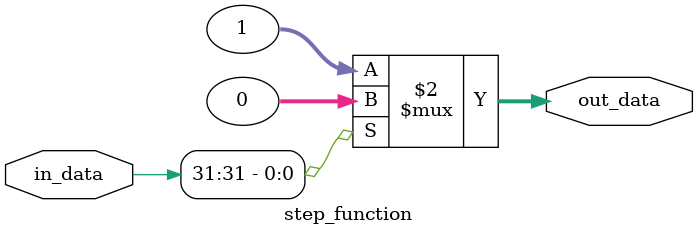
<source format=v>
module step_function(
    input [31:0] in_data,
    output [31:0] out_data
);
    assign out_data = (in_data[31] == 1) ? 0 : 1;
endmodule

</source>
